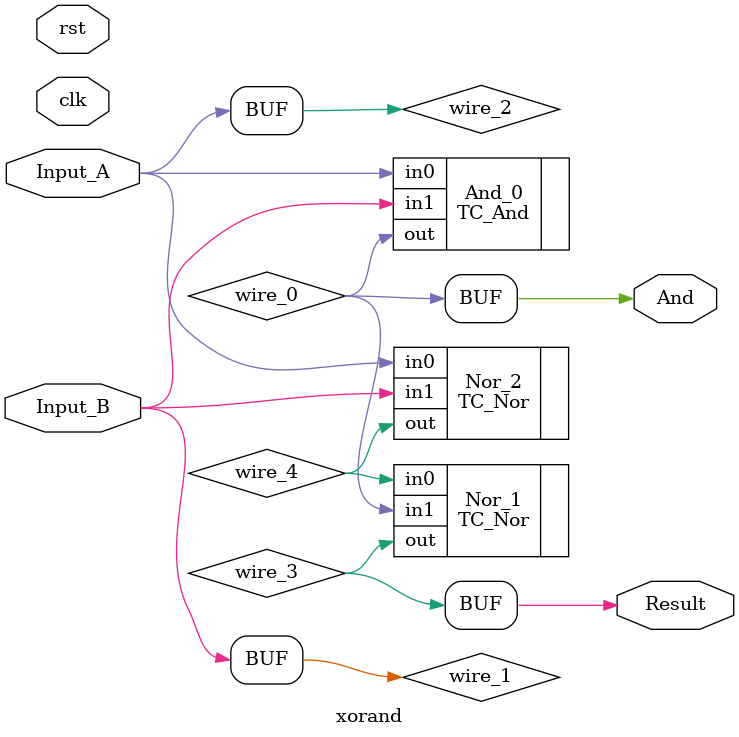
<source format=v>
module xorand (clk, rst, Input_A, Input_B, And, Result);
  parameter UUID = 0;
  parameter NAME = "";
  input wire clk;
  input wire rst;

  input  wire [0:0] Input_A;
  input  wire [0:0] Input_B;
  output  wire [0:0] And;
  output  wire [0:0] Result;

  TC_And # (.UUID(64'd4156761643241992554 ^ UUID), .BIT_WIDTH(64'd1)) And_0 (.in0(wire_2), .in1(wire_1), .out(wire_0));
  TC_Nor # (.UUID(64'd2540358885624842490 ^ UUID), .BIT_WIDTH(64'd1)) Nor_1 (.in0(wire_4), .in1(wire_0), .out(wire_3));
  TC_Nor # (.UUID(64'd574784311387816563 ^ UUID), .BIT_WIDTH(64'd1)) Nor_2 (.in0(wire_2), .in1(wire_1), .out(wire_4));

  wire [0:0] wire_0;
  assign And = wire_0;
  wire [0:0] wire_1;
  assign wire_1 = Input_B;
  wire [0:0] wire_2;
  assign wire_2 = Input_A;
  wire [0:0] wire_3;
  assign Result = wire_3;
  wire [0:0] wire_4;

endmodule

</source>
